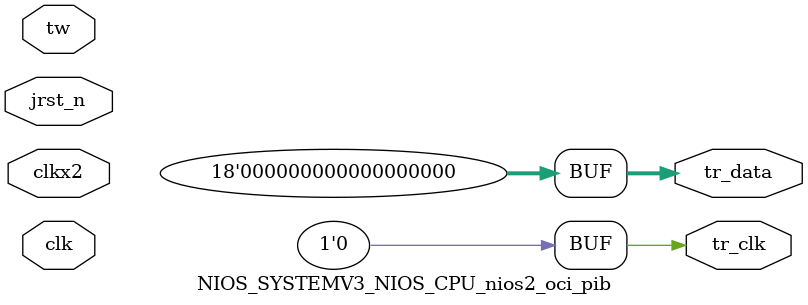
<source format=v>
module NIOS_SYSTEMV3_NIOS_CPU_nios2_oci_pib (
                                               clk,
                                               clkx2,
                                               jrst_n,
                                               tw,
                                               tr_clk,
                                               tr_data
                                            )
;
  output           tr_clk;
  output  [ 17: 0] tr_data;
  input            clk;
  input            clkx2;
  input            jrst_n;
  input   [ 35: 0] tw;
  wire             phase;
  wire             tr_clk;
  reg              tr_clk_reg ;
  wire    [ 17: 0] tr_data;
  reg     [ 17: 0] tr_data_reg ;
  reg              x1 ;
  reg              x2 ;
  assign phase = x1^x2;
  always @(posedge clk or negedge jrst_n)
    begin
      if (jrst_n == 0)
          x1 <= 0;
      else 
        x1 <= ~x1;
    end
  always @(posedge clkx2 or negedge jrst_n)
    begin
      if (jrst_n == 0)
        begin
          x2 <= 0;
          tr_clk_reg <= 0;
          tr_data_reg <= 0;
        end
      else 
        begin
          x2 <= x1;
          tr_clk_reg <= ~phase;
          tr_data_reg <= phase ?   tw[17 : 0] :   tw[35 : 18];
        end
    end
  assign tr_clk = 0 ? tr_clk_reg : 0;
  assign tr_data = 0 ? tr_data_reg : 0;
endmodule
</source>
